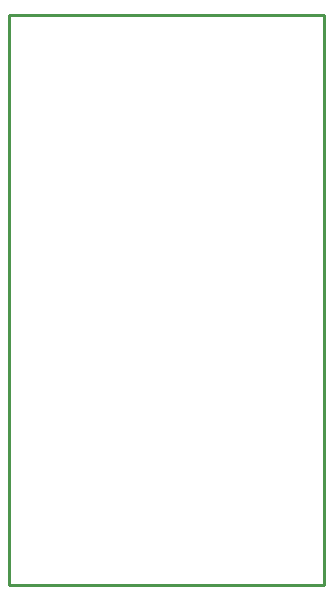
<source format=gbr>
G04 EAGLE Gerber RS-274X export*
G75*
%MOMM*%
%FSLAX34Y34*%
%LPD*%
%IN*%
%IPPOS*%
%AMOC8*
5,1,8,0,0,1.08239X$1,22.5*%
G01*
%ADD10C,0.254000*%


D10*
X-12700Y-12700D02*
X254000Y-12700D01*
X254000Y469900D01*
X-12700Y469900D01*
X-12700Y-12700D01*
M02*

</source>
